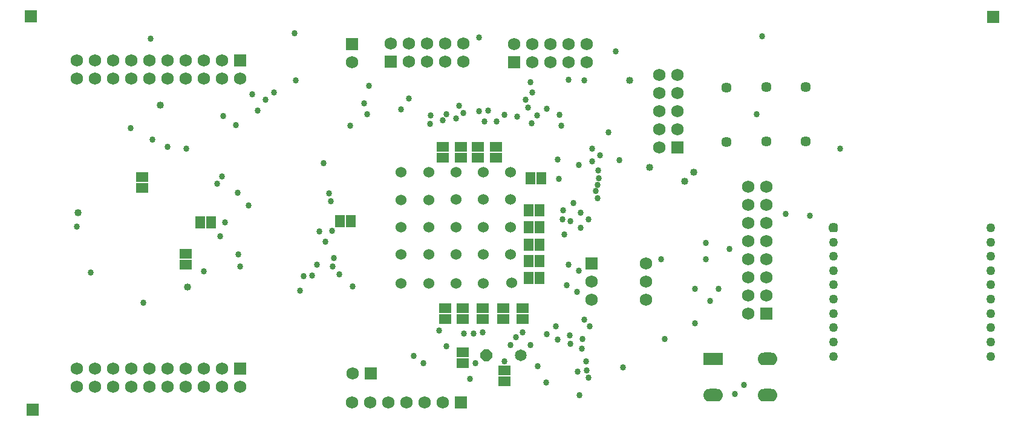
<source format=gbs>
G04 Layer_Color=16711935*
%FSLAX25Y25*%
%MOIN*%
G70*
G01*
G75*
%ADD36C,0.04000*%
%ADD39C,0.05000*%
%ADD49R,0.05331X0.06512*%
%ADD50R,0.06512X0.05331*%
%ADD58R,0.06906X0.06906*%
%ADD59C,0.06906*%
%ADD60C,0.05724*%
%ADD61R,0.06906X0.06906*%
%ADD62C,0.06512*%
%ADD63P,0.07048X8X22.5*%
%ADD64O,0.11000X0.07000*%
%ADD65R,0.11000X0.07000*%
G04:AMPARAMS|DCode=66|XSize=50mil|YSize=50mil|CornerRadius=15mil|HoleSize=0mil|Usage=FLASHONLY|Rotation=0.000|XOffset=0mil|YOffset=0mil|HoleType=Round|Shape=RoundedRectangle|*
%AMROUNDEDRECTD66*
21,1,0.05000,0.02000,0,0,0.0*
21,1,0.02000,0.05000,0,0,0.0*
1,1,0.03000,0.01000,-0.01000*
1,1,0.03000,-0.01000,-0.01000*
1,1,0.03000,-0.01000,0.01000*
1,1,0.03000,0.01000,0.01000*
%
%ADD66ROUNDEDRECTD66*%
%ADD67C,0.03400*%
%ADD68C,0.06000*%
D36*
X321950Y189500D02*
D03*
X332950Y141500D02*
D03*
X352450Y134000D02*
D03*
X357450Y139000D02*
D03*
X63500Y176000D02*
D03*
X78475Y75525D02*
D03*
X18000Y116527D02*
D03*
D39*
X434500Y100417D02*
D03*
Y92543D02*
D03*
Y84669D02*
D03*
Y76795D02*
D03*
Y68921D02*
D03*
Y61047D02*
D03*
Y53173D02*
D03*
Y45299D02*
D03*
Y37425D02*
D03*
X521114D02*
D03*
Y45299D02*
D03*
Y53173D02*
D03*
Y61047D02*
D03*
Y68921D02*
D03*
Y76795D02*
D03*
Y84669D02*
D03*
Y92543D02*
D03*
Y100417D02*
D03*
Y108291D02*
D03*
D49*
X85547Y111315D02*
D03*
X91453D02*
D03*
X267547Y135575D02*
D03*
X273453D02*
D03*
X266547Y117858D02*
D03*
X272453D02*
D03*
X266547Y108500D02*
D03*
X272453D02*
D03*
X266547Y99000D02*
D03*
X272453D02*
D03*
X266547Y90000D02*
D03*
X272453D02*
D03*
X266547Y80500D02*
D03*
X272453D02*
D03*
X168465Y112000D02*
D03*
X162559D02*
D03*
D50*
X77500Y93953D02*
D03*
Y88047D02*
D03*
X53435Y130232D02*
D03*
Y136138D02*
D03*
X252500Y63953D02*
D03*
Y58047D02*
D03*
X263000Y63953D02*
D03*
Y58047D02*
D03*
X220500Y63953D02*
D03*
Y58047D02*
D03*
X238500Y147047D02*
D03*
Y152953D02*
D03*
X248500Y147047D02*
D03*
Y152953D02*
D03*
X230000Y39453D02*
D03*
Y33547D02*
D03*
Y63953D02*
D03*
Y58047D02*
D03*
X241000Y63953D02*
D03*
Y58047D02*
D03*
X219110Y147047D02*
D03*
Y152953D02*
D03*
X229000Y147047D02*
D03*
Y152953D02*
D03*
X253000Y29453D02*
D03*
Y23547D02*
D03*
D58*
X-8000Y225000D02*
D03*
X-7000Y8000D02*
D03*
X522500Y224500D02*
D03*
X258500Y199500D02*
D03*
X229000Y12000D02*
D03*
X107500Y200500D02*
D03*
Y30500D02*
D03*
X301000Y88500D02*
D03*
X190500Y200000D02*
D03*
X179500Y28000D02*
D03*
D59*
X268500Y199500D02*
D03*
X278500D02*
D03*
X288500D02*
D03*
X298500D02*
D03*
X258500Y209500D02*
D03*
X268500D02*
D03*
X278500D02*
D03*
X288500D02*
D03*
X298500D02*
D03*
X169000Y12000D02*
D03*
X179000D02*
D03*
X189000D02*
D03*
X199000D02*
D03*
X219000D02*
D03*
X209000D02*
D03*
X17500Y190500D02*
D03*
X27500D02*
D03*
X37500D02*
D03*
X47500D02*
D03*
X57500D02*
D03*
X67500D02*
D03*
X77500D02*
D03*
X87500D02*
D03*
X97500D02*
D03*
X107500D02*
D03*
X17500Y200500D02*
D03*
X27500D02*
D03*
X37500D02*
D03*
X47500D02*
D03*
X57500D02*
D03*
X67500D02*
D03*
X77500D02*
D03*
X87500D02*
D03*
X97500D02*
D03*
X17500Y20500D02*
D03*
X27500D02*
D03*
X37500D02*
D03*
X47500D02*
D03*
X57500D02*
D03*
X67500D02*
D03*
X77500D02*
D03*
X87500D02*
D03*
X97500D02*
D03*
X107500D02*
D03*
X17500Y30500D02*
D03*
X27500D02*
D03*
X37500D02*
D03*
X47500D02*
D03*
X57500D02*
D03*
X67500D02*
D03*
X77500D02*
D03*
X87500D02*
D03*
X97500D02*
D03*
X348450Y162500D02*
D03*
Y172500D02*
D03*
Y182500D02*
D03*
Y192500D02*
D03*
X338450Y152500D02*
D03*
Y162500D02*
D03*
Y172500D02*
D03*
Y182500D02*
D03*
Y192500D02*
D03*
X301000Y78500D02*
D03*
Y68500D02*
D03*
X331000Y88500D02*
D03*
Y78500D02*
D03*
Y68500D02*
D03*
X397500Y71000D02*
D03*
Y81000D02*
D03*
Y91000D02*
D03*
Y101000D02*
D03*
Y111000D02*
D03*
Y121000D02*
D03*
Y131000D02*
D03*
X387500Y61000D02*
D03*
Y71000D02*
D03*
Y81000D02*
D03*
Y91000D02*
D03*
Y101000D02*
D03*
Y111000D02*
D03*
Y121000D02*
D03*
Y131000D02*
D03*
X200500Y200000D02*
D03*
X210500D02*
D03*
X220500D02*
D03*
X230500D02*
D03*
X190500Y210000D02*
D03*
X200500D02*
D03*
X210500D02*
D03*
X220500D02*
D03*
X230500D02*
D03*
X169000Y199500D02*
D03*
X169500Y28000D02*
D03*
D60*
X418997Y156000D02*
D03*
Y186000D02*
D03*
X397450Y156000D02*
D03*
Y186000D02*
D03*
X375450Y185500D02*
D03*
Y155500D02*
D03*
D61*
X348450Y152500D02*
D03*
X397500Y61000D02*
D03*
X169000Y209500D02*
D03*
D62*
X262181Y38000D02*
D03*
D63*
X242969D02*
D03*
D64*
X368000Y16000D02*
D03*
X398000D02*
D03*
Y36000D02*
D03*
D65*
X368000D02*
D03*
D66*
X434500Y108291D02*
D03*
D67*
X295779Y41721D02*
D03*
X304865Y139809D02*
D03*
X283000Y135197D02*
D03*
X305764Y148370D02*
D03*
X316450Y145500D02*
D03*
X301459Y144828D02*
D03*
X239000Y213247D02*
D03*
X47000Y163210D02*
D03*
X25254Y83500D02*
D03*
X87451Y84324D02*
D03*
X17461Y109075D02*
D03*
X137500Y215500D02*
D03*
X304950Y135500D02*
D03*
X303450Y128717D02*
D03*
X304450Y132000D02*
D03*
X59000Y156819D02*
D03*
X106500Y93500D02*
D03*
X107500Y87000D02*
D03*
X54000Y67000D02*
D03*
X99000Y111315D02*
D03*
X241000Y50500D02*
D03*
X230921Y50000D02*
D03*
X236000D02*
D03*
X221079Y43000D02*
D03*
X259500Y47909D02*
D03*
X263000Y50500D02*
D03*
X276500Y49500D02*
D03*
X94610Y132760D02*
D03*
X112000Y120500D02*
D03*
X289000Y48957D02*
D03*
X97500Y136500D02*
D03*
X96500Y103500D02*
D03*
X77815Y151815D02*
D03*
X126000Y183000D02*
D03*
X138000Y189500D02*
D03*
X67500Y153000D02*
D03*
X106000Y127500D02*
D03*
X105000Y165000D02*
D03*
X117000Y173000D02*
D03*
X121500Y179000D02*
D03*
X98000Y170000D02*
D03*
X114000Y182000D02*
D03*
X58000Y212500D02*
D03*
X226500Y168500D02*
D03*
X230500Y171500D02*
D03*
X288450Y190000D02*
D03*
X248638Y167000D02*
D03*
X175902Y177000D02*
D03*
X168000Y164500D02*
D03*
X158000Y106500D02*
D03*
X157500Y123000D02*
D03*
X285500Y117858D02*
D03*
X285000Y113000D02*
D03*
X286000Y104500D02*
D03*
X287500Y76500D02*
D03*
X142500Y81500D02*
D03*
X169500Y76000D02*
D03*
X154500Y100500D02*
D03*
X341500Y47000D02*
D03*
X364000Y100000D02*
D03*
X237000Y33500D02*
D03*
X203000Y37500D02*
D03*
X310315Y161000D02*
D03*
X301450Y152000D02*
D03*
X151000Y106126D02*
D03*
X147000Y82000D02*
D03*
X162075Y82500D02*
D03*
X159000Y91500D02*
D03*
X219110Y167500D02*
D03*
X212000Y165500D02*
D03*
X149669Y88000D02*
D03*
X140572Y73500D02*
D03*
X208547Y33500D02*
D03*
X212280Y170220D02*
D03*
X221079Y171079D02*
D03*
X228000Y175500D02*
D03*
X242000Y167000D02*
D03*
X268500Y183000D02*
D03*
X267547Y188500D02*
D03*
X297000Y189500D02*
D03*
X153500Y144000D02*
D03*
X196000Y173735D02*
D03*
X438000Y151815D02*
D03*
X177500Y171000D02*
D03*
X178500Y186500D02*
D03*
X200500Y179500D02*
D03*
X395000Y214000D02*
D03*
X282500Y46500D02*
D03*
X294973Y108291D02*
D03*
X371000Y74551D02*
D03*
X158500Y87072D02*
D03*
X156547Y127279D02*
D03*
X299500Y113000D02*
D03*
X282500Y146000D02*
D03*
X289500Y112000D02*
D03*
X408000Y115890D02*
D03*
X291000Y122000D02*
D03*
X295000Y116527D02*
D03*
X377000Y96500D02*
D03*
X294000Y84500D02*
D03*
X421543Y115000D02*
D03*
X268000Y166047D02*
D03*
X314500Y205500D02*
D03*
X392000Y171000D02*
D03*
X239000Y172500D02*
D03*
X244000Y173000D02*
D03*
X294000Y143000D02*
D03*
X283453Y170500D02*
D03*
X253000D02*
D03*
X260000Y169500D02*
D03*
X264815Y179000D02*
D03*
X266000Y174500D02*
D03*
X271000Y170220D02*
D03*
X276500Y174000D02*
D03*
X284500Y164500D02*
D03*
X217142Y51720D02*
D03*
X256500Y43500D02*
D03*
X253000Y34500D02*
D03*
X234000Y25000D02*
D03*
X318362Y31138D02*
D03*
X380000Y16500D02*
D03*
X385000Y21500D02*
D03*
X267500Y43500D02*
D03*
X289437Y44437D02*
D03*
X296000Y47000D02*
D03*
X297000Y57500D02*
D03*
X366500Y68000D02*
D03*
X339450Y91000D02*
D03*
X358000Y55500D02*
D03*
Y74551D02*
D03*
X364000Y91000D02*
D03*
X281500Y53953D02*
D03*
X293500Y29000D02*
D03*
X293000Y73000D02*
D03*
X300000Y53953D02*
D03*
X298000Y34500D02*
D03*
X298500Y29500D02*
D03*
X276000Y23000D02*
D03*
X271500Y32000D02*
D03*
X299500Y25500D02*
D03*
X294500Y16000D02*
D03*
X304450Y124500D02*
D03*
X288500Y88047D02*
D03*
D68*
X256500Y139000D02*
D03*
Y124000D02*
D03*
Y108500D02*
D03*
X241500Y139000D02*
D03*
X226500D02*
D03*
X241500Y124000D02*
D03*
Y108500D02*
D03*
X256500Y93500D02*
D03*
X257000Y78000D02*
D03*
X241500Y77500D02*
D03*
X226500Y124000D02*
D03*
Y93500D02*
D03*
Y77500D02*
D03*
X211500D02*
D03*
Y93500D02*
D03*
Y108500D02*
D03*
Y139000D02*
D03*
X196000D02*
D03*
Y123500D02*
D03*
Y108500D02*
D03*
Y93500D02*
D03*
Y77500D02*
D03*
X241500Y93500D02*
D03*
X226500Y108500D02*
D03*
X211500Y123500D02*
D03*
M02*

</source>
